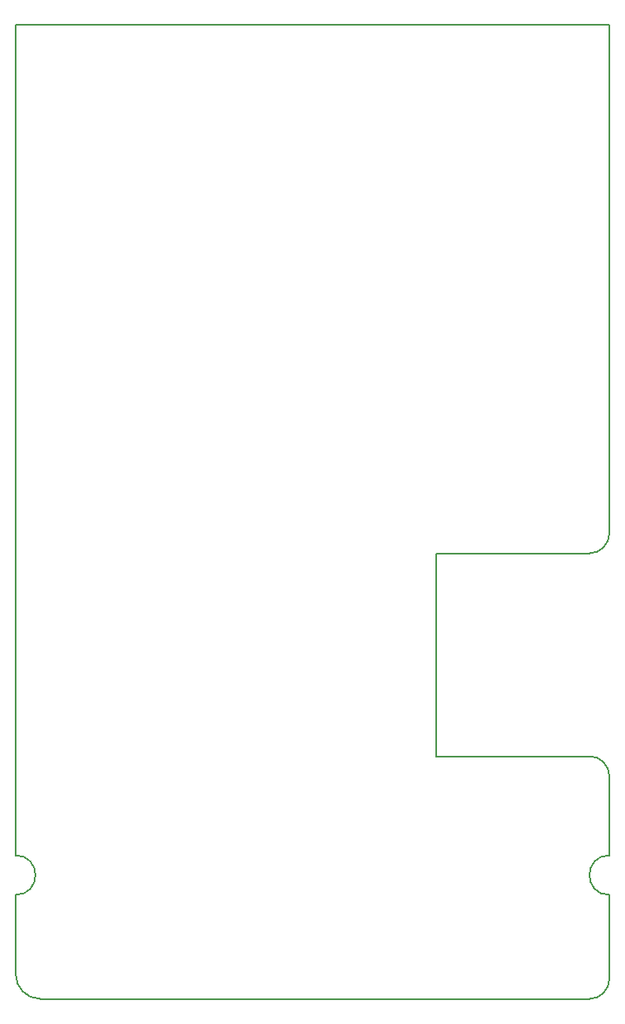
<source format=gbr>
G04 #@! TF.GenerationSoftware,KiCad,Pcbnew,(5.0.0)*
G04 #@! TF.CreationDate,2018-09-27T19:36:32-05:00*
G04 #@! TF.ProjectId,DriveBoard_Hardware,4472697665426F6172645F4861726477,rev?*
G04 #@! TF.SameCoordinates,Original*
G04 #@! TF.FileFunction,Profile,NP*
%FSLAX46Y46*%
G04 Gerber Fmt 4.6, Leading zero omitted, Abs format (unit mm)*
G04 Created by KiCad (PCBNEW (5.0.0)) date 09/27/18 19:36:32*
%MOMM*%
%LPD*%
G01*
G04 APERTURE LIST*
%ADD10C,0.150000*%
G04 APERTURE END LIST*
D10*
X124460000Y-144018000D02*
X124460000Y-58801000D01*
X124460000Y-144018000D02*
G75*
G02X124460000Y-148082000I0J-2032000D01*
G01*
X127000000Y-158750000D02*
G75*
G02X124460000Y-156210000I0J2540000D01*
G01*
X183388000Y-133858000D02*
G75*
G02X185420000Y-135890000I0J-2032000D01*
G01*
X185420000Y-135890000D02*
X185420000Y-144018000D01*
X185420000Y-110998000D02*
G75*
G02X183388000Y-113030000I-2032000J0D01*
G01*
X185420000Y-148082000D02*
X185420000Y-156718000D01*
X185420000Y-156718000D02*
G75*
G02X183388000Y-158750000I-2032000J0D01*
G01*
X185420000Y-148082000D02*
G75*
G02X185420000Y-144018000I0J2032000D01*
G01*
X167640000Y-133858000D02*
X183388000Y-133858000D01*
X167640000Y-113030000D02*
X167640000Y-133858000D01*
X183388000Y-113030000D02*
X167640000Y-113030000D01*
X124460000Y-58801000D02*
X185420000Y-58801000D01*
X124460000Y-156210000D02*
X124460000Y-148082000D01*
X183388000Y-158750000D02*
X127000000Y-158750000D01*
X185420000Y-58801000D02*
X185420000Y-110998000D01*
M02*

</source>
